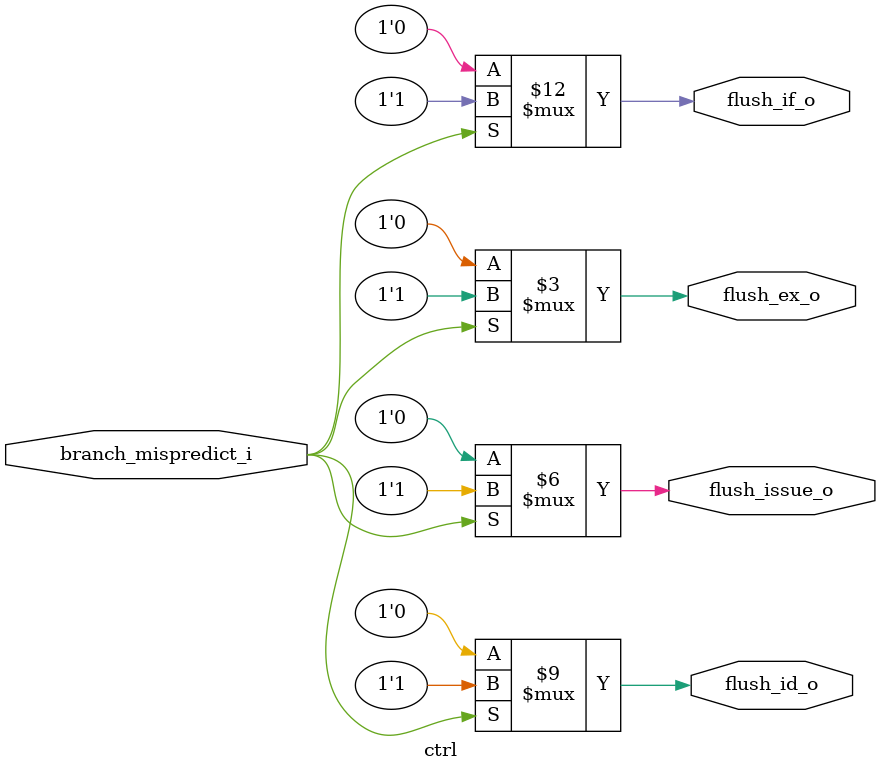
<source format=sv>

module ctrl (

    input    logic              branch_mispredict_i  ,

    output  logic               flush_if_o           ,
    output  logic               flush_id_o           ,
    output  logic               flush_issue_o        ,
    output  logic               flush_ex_o                
    //output  logic               flush_commit_o         
);


    always_comb begin: gen_flush
        flush_if_o      = 1'b0;
        flush_id_o      = 1'b0;
        flush_issue_o   = 1'b0;
        flush_ex_o      = 1'b0;
        //flush_commit_o  = 1'b0;
        if(branch_mispredict_i) begin
            flush_if_o      = 1'b1;
            flush_id_o      = 1'b1;
            flush_issue_o   = 1'b1;
            flush_ex_o      = 1'b1;
            //flush_commit_o  = 1'b1;
        end
    end

endmodule
        

</source>
